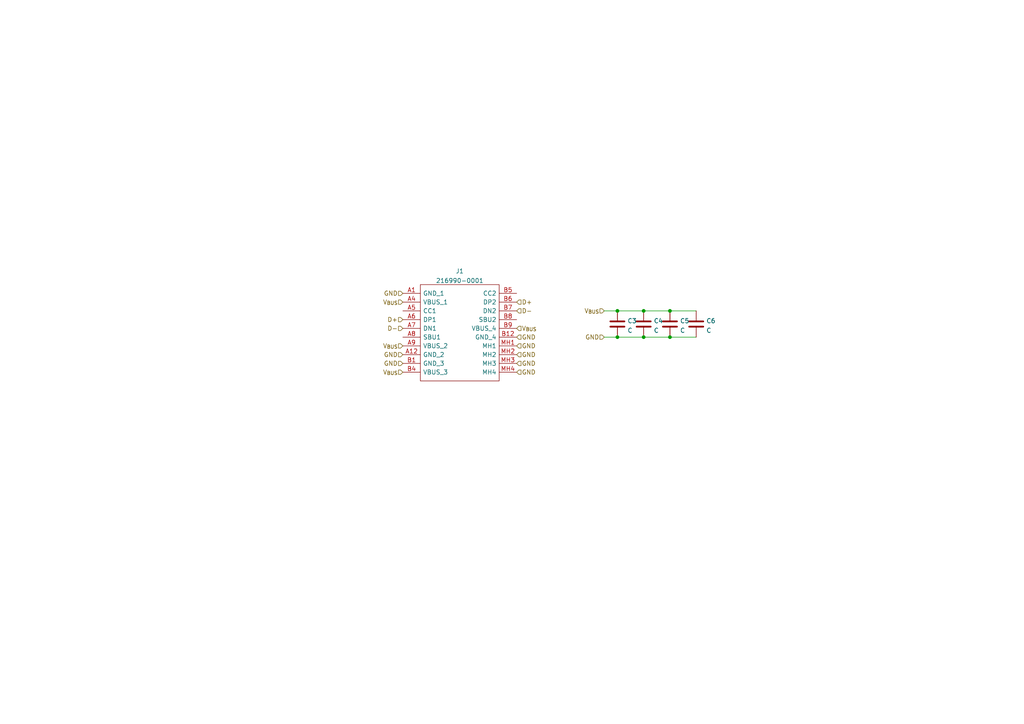
<source format=kicad_sch>
(kicad_sch (version 20211123) (generator eeschema)
  (paper "A4")
  (lib_symbols
    (symbol "Device:C" (pin_numbers hide) (pin_names (offset 0.254))
      (property "Reference" "C" (at 0.635 2.54 0))
      (property "Value" "C" (at 0.635 -2.54 0))
      (symbol "C_0_1"
        (polyline (pts (xy -2.032 -0.762) (xy 2.032 -0.762)) (stroke (width 0.508)))
        (polyline (pts (xy -2.032 0.762) (xy 2.032 0.762)) (stroke (width 0.508)))
      )
      (symbol "C_1_1"
        (pin passive line (at 0 3.81 270) (length 2.794) (name "~") (number "1"))
        (pin passive line (at 0 -3.81 90) (length 2.794) (name "~") (number "2"))
      )
    )
    (symbol "SamacSys_Parts:216990-0001" (pin_names (offset 0.762))
      (property "Reference" "J" (at 29.21 7.62 0))
      (property "Value" "216990-0001" (at 29.21 5.08 0))
      (symbol "216990-0001_0_0"
        (pin passive line (at 0 0 0) (length 5.08) (name "GND_1") (number "A1"))
        (pin passive line (at 0 -17.78 0) (length 5.08) (name "GND_2") (number "A12"))
        (pin passive line (at 0 -2.54 0) (length 5.08) (name "VBUS_1") (number "A4"))
        (pin passive line (at 0 -5.08 0) (length 5.08) (name "CC1") (number "A5"))
        (pin passive line (at 0 -7.62 0) (length 5.08) (name "DP1") (number "A6"))
        (pin passive line (at 0 -10.16 0) (length 5.08) (name "DN1") (number "A7"))
        (pin passive line (at 0 -12.7 0) (length 5.08) (name "SBU1") (number "A8"))
        (pin passive line (at 0 -15.24 0) (length 5.08) (name "VBUS_2") (number "A9"))
        (pin passive line (at 0 -20.32 0) (length 5.08) (name "GND_3") (number "B1"))
        (pin passive line (at 33.02 -12.7 180) (length 5.08) (name "GND_4") (number "B12"))
        (pin passive line (at 0 -22.86 0) (length 5.08) (name "VBUS_3") (number "B4"))
        (pin passive line (at 33.02 0 180) (length 5.08) (name "CC2") (number "B5"))
        (pin passive line (at 33.02 -2.54 180) (length 5.08) (name "DP2") (number "B6"))
        (pin passive line (at 33.02 -5.08 180) (length 5.08) (name "DN2") (number "B7"))
        (pin passive line (at 33.02 -7.62 180) (length 5.08) (name "SBU2") (number "B8"))
        (pin passive line (at 33.02 -10.16 180) (length 5.08) (name "VBUS_4") (number "B9"))
        (pin passive line (at 33.02 -15.24 180) (length 5.08) (name "MH1") (number "MH1"))
        (pin passive line (at 33.02 -17.78 180) (length 5.08) (name "MH2") (number "MH2"))
        (pin passive line (at 33.02 -20.32 180) (length 5.08) (name "MH3") (number "MH3"))
        (pin passive line (at 33.02 -22.86 180) (length 5.08) (name "MH4") (number "MH4"))
      )
      (symbol "216990-0001_0_1"
        (polyline (pts (xy 5.08 2.54) (xy 27.94 2.54) (xy 27.94 -25.4) (xy 5.08 -25.4) (xy 5.08 2.54)) (stroke (width 0.1524)))
      )
    )
  )
  (junction (at 179.07 90.17))
  (junction (at 186.69 90.17))
  (junction (at 179.07 97.79))
  (junction (at 194.31 90.17))
  (junction (at 194.31 97.79))
  (junction (at 186.69 97.79))
  (wire (pts (xy 194.31 97.79) (xy 201.93 97.79)))
  (wire (pts (xy 179.07 97.79) (xy 186.69 97.79)))
  (wire (pts (xy 179.07 90.17) (xy 186.69 90.17)))
  (wire (pts (xy 175.26 97.79) (xy 179.07 97.79)))
  (wire (pts (xy 175.26 90.17) (xy 179.07 90.17)))
  (wire (pts (xy 186.69 97.79) (xy 194.31 97.79)))
  (wire (pts (xy 194.31 90.17) (xy 201.93 90.17)))
  (wire (pts (xy 186.69 90.17) (xy 194.31 90.17)))
  (hierarchical_label "D-" (shape input) (at 149.86 90.17 0))
  (hierarchical_label "D-" (shape input) (at 116.84 95.25 180))
  (hierarchical_label "V_{BUS}" (shape input) (at 116.84 100.33 180))
  (hierarchical_label "D+" (shape input) (at 116.84 92.71 180))
  (hierarchical_label "GND" (shape input) (at 149.86 102.87 0))
  (hierarchical_label "GND" (shape input) (at 149.86 97.79 0))
  (hierarchical_label "V_{BUS}" (shape input) (at 116.84 107.95 180))
  (hierarchical_label "V_{BUS}" (shape input) (at 116.84 87.63 180))
  (hierarchical_label "GND" (shape input) (at 149.86 105.41 0))
  (hierarchical_label "GND" (shape input) (at 116.84 85.09 180))
  (hierarchical_label "GND" (shape input) (at 116.84 102.87 180))
  (hierarchical_label "V_{BUS}" (shape input) (at 149.86 95.25 0))
  (hierarchical_label "D+" (shape input) (at 149.86 87.63 0))
  (hierarchical_label "GND" (shape input) (at 149.86 100.33 0))
  (hierarchical_label "V_{BUS}" (shape input) (at 175.26 90.17 180))
  (hierarchical_label "GND" (shape input) (at 116.84 105.41 180))
  (hierarchical_label "GND" (shape input) (at 149.86 107.95 0))
  (hierarchical_label "GND" (shape input) (at 175.26 97.79 180))
  (symbol (lib_id "Device:C") (at 186.69 93.98 0) (unit 1)
    (property "Reference" "C4" (at 189.611 93.0715 0) (effects (justify left)))
    (property "Value" "C" (at 189.611 95.8466 0) (effects (justify left)))
    (property "Footprint" "Capacitor_SMD:C_0603_1608Metric" (effects hide))
  )
  (symbol (lib_id "Device:C") (at 194.31 93.98 0) (unit 1)
    (property "Reference" "C5" (at 197.231 93.0715 0) (effects (justify left)))
    (property "Value" "C" (at 197.231 95.8466 0) (effects (justify left)))
    (property "Footprint" "Capacitor_SMD:C_0603_1608Metric" (effects hide))
  )
  (symbol (lib_id "Device:C") (at 179.07 93.98 0) (unit 1)
    (property "Reference" "C3" (at 181.991 93.0715 0) (effects (justify left)))
    (property "Value" "C" (at 181.991 95.8466 0) (effects (justify left)))
    (property "Footprint" "Capacitor_SMD:C_0603_1608Metric" (effects hide))
  )
  (symbol (lib_id "SamacSys_Parts:216990-0001") (at 116.84 85.09 0) (unit 1)
    (property "Reference" "J1" (at 133.35 78.6343 0))
    (property "Value" "216990-0001" (at 133.35 81.4094 0))
    (property "Footprint" "2169900001" (effects hide))
    (property "Datasheet" "https://www.molex.com/pdm_docs/sd/2169900001_sd.pdf" (effects hide))
    (property "Description" "MOLEX - 216990-0001 - USB Connector, USB Type C, USB 2.0, Receptacle, 16 Ways, Surface Mount, Right Angle{0000}" (effects hide))
    (property "Height" "3.36" (effects hide))
    (property "Mouser Part Number" "538-216990-0001" (effects hide))
    (property "Mouser Price/Stock" "https://www.mouser.co.uk/ProductDetail/Molex/216990-0001?qs=DRkmTr78QAS%252B9wQ3YlpV3Q%3D%3D" (effects hide))
    (property "Manufacturer_Name" "Molex" (effects hide))
    (property "Manufacturer_Part_Number" "216990-0001" (effects hide))
  )
  (symbol (lib_id "Device:C") (at 201.93 93.98 0) (unit 1)
    (property "Reference" "C6" (at 204.851 93.0715 0) (effects (justify left)))
    (property "Value" "C" (at 204.851 95.8466 0) (effects (justify left)))
    (property "Footprint" "Capacitor_SMD:C_0603_1608Metric" (effects hide))
  )
)
</source>
